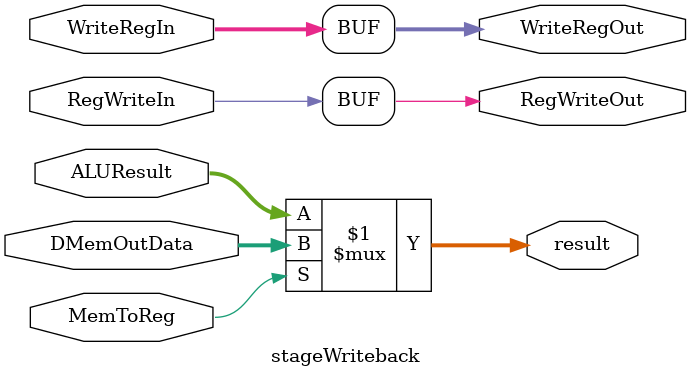
<source format=v>
module stageWriteback (DMemOutData, ALUResult, MemToReg,
                       WriteRegIn, WriteRegOut,
                       RegWriteIn, RegWriteOut,
                       result);
  input [15:0] DMemOutData, ALUResult;
  input [2:0] WriteRegIn;
  input RegWriteIn, MemToReg;

  output [2:0] WriteRegOut;
  output RegWriteOut;
  output [15:0] result;

  //assign ctrl sigs that get passsed back to Decode
  assign WriteRegOut = WriteRegIn;
  assign RegWriteOut = RegWriteIn;

  assign result[15:0] = MemToReg ? DMemOutData[15:0] : ALUResult[15:0];

endmodule //

</source>
